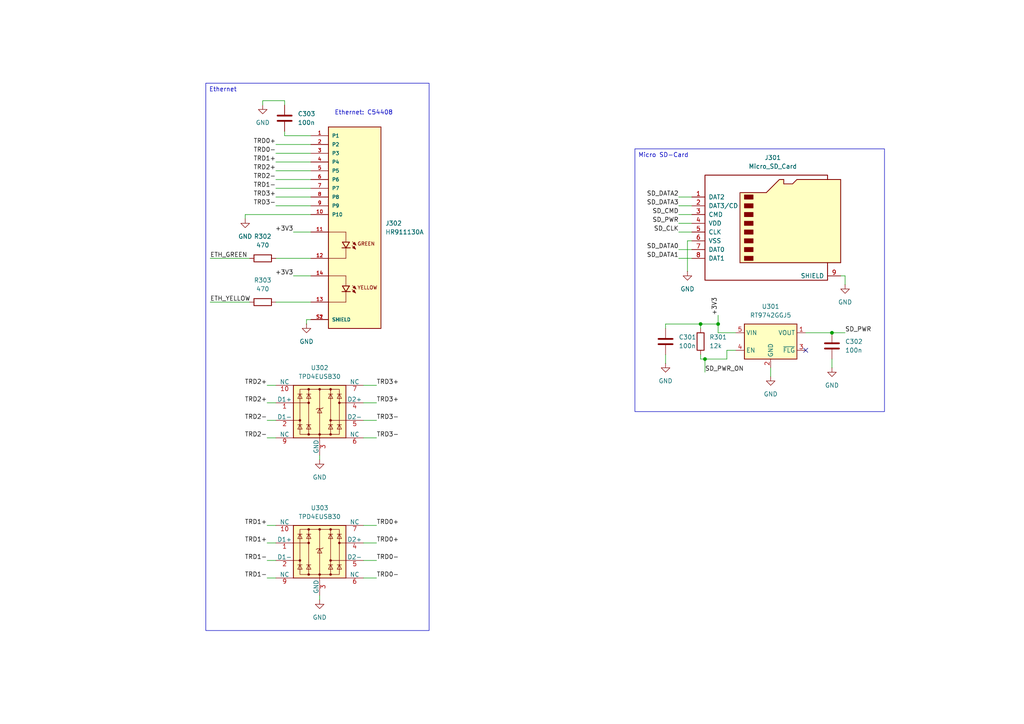
<source format=kicad_sch>
(kicad_sch (version 20231120) (generator "eeschema") (generator_version "8.0")
  (paper "A4")
  (title_block (title "CM4 IO") (rev "<<HASH>>") (company "Amateurfunkclub für Remote Stationen"))
  (lib_symbols
    (symbol "Connector:Micro_SD_Card" (pin_names (offset 1.016))
      (property "Reference" "J" (at -16.51 15.24 0))
      (property "Value" "Micro_SD_Card" (at 16.51 15.24 0))
      (symbol "Micro_SD_Card_0_1"
        (rectangle (start -7.62 -9.525) (end -5.08 -10.795) (fill (type outline)))
        (rectangle (start -7.62 -6.985) (end -5.08 -8.255) (fill (type outline)))
        (rectangle (start -7.62 -4.445) (end -5.08 -5.715) (fill (type outline)))
        (rectangle (start -7.62 -1.905) (end -5.08 -3.175) (fill (type outline)))
        (rectangle (start -7.62 0.635) (end -5.08 -0.635) (fill (type outline)))
        (rectangle (start -7.62 3.175) (end -5.08 1.905) (fill (type outline)))
        (rectangle (start -7.62 5.715) (end -5.08 4.445) (fill (type outline)))
        (rectangle (start -7.62 8.255) (end -5.08 6.985) (fill (type outline)))
        (polyline (pts (xy 16.51 12.7) (xy 16.51 13.97) (xy -19.05 13.97) (xy -19.05 -16.51) (xy 16.51 -16.51) (xy 16.51 -11.43)) (stroke (width 0.254)))
        (polyline (pts (xy -8.89 -11.43) (xy -8.89 8.89) (xy -1.27 8.89) (xy 2.54 12.7) (xy 3.81 12.7) (xy 3.81 11.43) (xy 6.35 11.43) (xy 7.62 12.7) (xy 20.32 12.7) (xy 20.32 -11.43) (xy -8.89 -11.43)) (stroke (width 0.254)) (fill (type background)))
      )
      (symbol "Micro_SD_Card_1_1"
        (pin bidirectional line (at -22.86 7.62 0) (length 3.81) (name "DAT2") (number "1"))
        (pin bidirectional line (at -22.86 5.08 0) (length 3.81) (name "DAT3/CD") (number "2"))
        (pin input line (at -22.86 2.54 0) (length 3.81) (name "CMD") (number "3"))
        (pin power_in line (at -22.86 0 0) (length 3.81) (name "VDD") (number "4"))
        (pin input line (at -22.86 -2.54 0) (length 3.81) (name "CLK") (number "5"))
        (pin power_in line (at -22.86 -5.08 0) (length 3.81) (name "VSS") (number "6"))
        (pin bidirectional line (at -22.86 -7.62 0) (length 3.81) (name "DAT0") (number "7"))
        (pin bidirectional line (at -22.86 -10.16 0) (length 3.81) (name "DAT1") (number "8"))
        (pin passive line (at 20.32 -15.24 180) (length 3.81) (name "SHIELD") (number "9"))
      )
    )
    (symbol "Device:C" (pin_numbers hide) (pin_names (offset 0.254))
      (property "Reference" "C" (at 0.635 2.54 0))
      (property "Value" "C" (at 0.635 -2.54 0))
      (symbol "C_0_1"
        (polyline (pts (xy -2.032 -0.762) (xy 2.032 -0.762)) (stroke (width 0.508)))
        (polyline (pts (xy -2.032 0.762) (xy 2.032 0.762)) (stroke (width 0.508)))
      )
      (symbol "C_1_1"
        (pin passive line (at 0 3.81 270) (length 2.794) (name "~") (number "1"))
        (pin passive line (at 0 -3.81 90) (length 2.794) (name "~") (number "2"))
      )
    )
    (symbol "Device:R" (pin_numbers hide) (pin_names (offset 0))
      (property "Reference" "R" (at 2.032 0 90))
      (property "Value" "R" (at 0 0 90))
      (symbol "R_0_1"
        (rectangle (start -1.016 -2.54) (end 1.016 2.54) (stroke (width 0.254)))
      )
      (symbol "R_1_1"
        (pin passive line (at 0 3.81 270) (length 1.27) (name "~") (number "1"))
        (pin passive line (at 0 -3.81 90) (length 1.27) (name "~") (number "2"))
      )
    )
    (symbol "HR911130A:HR911130A" (pin_names (offset 1.016))
      (property "Reference" "J" (at -7.62 29.21 0))
      (property "Value" "HR911130A" (at -7.62 -31.75 0))
      (symbol "HR911130A_0_0"
        (rectangle (start -7.62 -30.48) (end 7.62 27.94) (stroke (width 0.254)) (fill (type background)))
        (polyline (pts (xy -7.62 -15.24) (xy -2.54 -15.24)) (stroke (width 0.1524)))
        (polyline (pts (xy -7.62 -2.54) (xy -2.54 -2.54)) (stroke (width 0.1524)))
        (polyline (pts (xy -3.683 -19.812) (xy -2.54 -19.812)) (stroke (width 0.254)))
        (polyline (pts (xy -3.683 -7.112) (xy -2.54 -7.112)) (stroke (width 0.254)))
        (polyline (pts (xy -3.556 -18.161) (xy -2.54 -19.812)) (stroke (width 0.254)))
        (polyline (pts (xy -3.556 -18.161) (xy -1.524 -18.161)) (stroke (width 0.254)))
        (polyline (pts (xy -3.556 -5.461) (xy -2.54 -7.112)) (stroke (width 0.254)))
        (polyline (pts (xy -3.556 -5.461) (xy -1.524 -5.461)) (stroke (width 0.254)))
        (polyline (pts (xy -2.54 -22.86) (xy -7.62 -22.86)) (stroke (width 0.1524)))
        (polyline (pts (xy -2.54 -19.939) (xy -2.54 -22.86)) (stroke (width 0.1524)))
        (polyline (pts (xy -2.54 -19.812) (xy -1.524 -18.161)) (stroke (width 0.254)))
        (polyline (pts (xy -2.54 -19.812) (xy -1.27 -19.812)) (stroke (width 0.254)))
        (polyline (pts (xy -2.54 -15.24) (xy -2.54 -18.034)) (stroke (width 0.1524)))
        (polyline (pts (xy -2.54 -10.16) (xy -7.62 -10.16)) (stroke (width 0.1524)))
        (polyline (pts (xy -2.54 -7.239) (xy -2.54 -10.16)) (stroke (width 0.1524)))
        (polyline (pts (xy -2.54 -7.112) (xy -1.524 -5.461)) (stroke (width 0.254)))
        (polyline (pts (xy -2.54 -7.112) (xy -1.27 -7.112)) (stroke (width 0.254)))
        (polyline (pts (xy -2.54 -2.54) (xy -2.54 -5.334)) (stroke (width 0.1524)))
        (polyline (pts (xy -0.762 -19.177) (xy 0.254 -20.193)) (stroke (width 0.1524)))
        (polyline (pts (xy -0.762 -6.477) (xy 0.254 -7.493)) (stroke (width 0.1524)))
        (polyline (pts (xy -0.635 -18.034) (xy 0.381 -19.05)) (stroke (width 0.1524)))
        (polyline (pts (xy -0.635 -5.334) (xy 0.381 -6.35)) (stroke (width 0.1524)))
        (polyline (pts (xy 0.254 -20.193) (xy -0.127 -19.304) (xy -0.635 -19.812) (xy 0.254 -20.193)) (stroke (width 0.1524)) (fill (type outline)))
        (polyline (pts (xy 0.254 -7.493) (xy -0.127 -6.604) (xy -0.635 -7.112) (xy 0.254 -7.493)) (stroke (width 0.1524)) (fill (type outline)))
        (polyline (pts (xy 0.381 -19.05) (xy 0 -18.161) (xy -0.508 -18.669) (xy 0.381 -19.05)) (stroke (width 0.1524)) (fill (type outline)))
        (polyline (pts (xy 0.381 -6.35) (xy 0 -5.461) (xy -0.508 -5.969) (xy 0.381 -6.35)) (stroke (width 0.1524)) (fill (type outline)))
        (text "GREEN" (at 0.762 -5.334 0) (effects (font (size 1.016 1.016)) (justify left top)))
        (text "YELLOW" (at 0.762 -18.034 0) (effects (font (size 1.016 1.016)) (justify left top)))
        (pin passive line (at -12.7 25.4 0) (length 5.08) (name "P1") (number "1"))
        (pin passive line (at -12.7 2.54 0) (length 5.08) (name "P10") (number "10"))
        (pin passive line (at -12.7 -2.54 0) (length 5.08) (name "~") (number "11"))
        (pin passive line (at -12.7 -10.16 0) (length 5.08) (name "~") (number "12"))
        (pin passive line (at -12.7 -22.86 0) (length 5.08) (name "~") (number "13"))
        (pin passive line (at -12.7 -15.24 0) (length 5.08) (name "~") (number "14"))
        (pin passive line (at -12.7 22.86 0) (length 5.08) (name "P2") (number "2"))
        (pin passive line (at -12.7 20.32 0) (length 5.08) (name "P3") (number "3"))
        (pin passive line (at -12.7 17.78 0) (length 5.08) (name "P4") (number "4"))
        (pin passive line (at -12.7 15.24 0) (length 5.08) (name "P5") (number "5"))
        (pin passive line (at -12.7 12.7 0) (length 5.08) (name "P6") (number "6"))
        (pin passive line (at -12.7 10.16 0) (length 5.08) (name "P7") (number "7"))
        (pin passive line (at -12.7 7.62 0) (length 5.08) (name "P8") (number "8"))
        (pin passive line (at -12.7 5.08 0) (length 5.08) (name "P9") (number "9"))
        (pin passive line (at -12.7 -27.94 0) (length 5.08) (name "SHIELD") (number "S1"))
        (pin passive line (at -12.7 -27.94 0) (length 5.08) (name "SHIELD") (number "S2"))
      )
    )
    (symbol "Power_Management:RT9742AGJ5F"
      (property "Reference" "U" (at 0 10.16 0))
      (property "Value" "RT9742AGJ5F" (at 0 7.62 0))
      (symbol "RT9742AGJ5F_0_1"
        (rectangle (start -7.62 5.08) (end 7.62 -5.08) (stroke (width 0.254)) (fill (type background)))
      )
      (symbol "RT9742AGJ5F_1_1"
        (pin power_out line (at 10.16 2.54 180) (length 2.54) (name "VOUT") (number "1"))
        (pin power_in line (at 0 -7.62 90) (length 2.54) (name "GND") (number "2"))
        (pin open_collector line (at 10.16 -2.54 180) (length 2.54) (name "~{FLG}") (number "3"))
        (pin input line (at -10.16 -2.54 0) (length 2.54) (name "EN") (number "4"))
        (pin power_in line (at -10.16 2.54 0) (length 2.54) (name "VIN") (number "5"))
      )
    )
    (symbol "Power_Protection:TPD4EUSB30" (pin_names (offset 0))
      (property "Reference" "U" (at -0.635 8.89 0))
      (property "Value" "TPD4EUSB30" (at 8.89 -10.16 0))
      (symbol "TPD4EUSB30_0_0"
        (rectangle (start -5.715 6.477) (end 5.715 -6.604))
        (polyline (pts (xy -3.175 -6.604) (xy -3.175 6.477)))
        (polyline (pts (xy 0 6.477) (xy 0 -6.604)))
        (polyline (pts (xy 3.175 6.477) (xy 3.175 -6.604)))
      )
      (symbol "TPD4EUSB30_0_1"
        (rectangle (start -7.62 7.62) (end 7.62 -7.62) (stroke (width 0.254)) (fill (type background)))
        (circle (center -5.715 -2.54) (radius 0.2794) (fill (type outline)))
        (circle (center -3.175 -6.604) (radius 0.2794) (fill (type outline)))
        (circle (center -3.175 2.54) (radius 0.2794) (fill (type outline)))
        (circle (center -3.175 6.477) (radius 0.2794) (fill (type outline)))
        (circle (center 0 -6.604) (radius 0.2794) (fill (type outline)))
        (polyline (pts (xy -7.747 2.54) (xy -3.175 2.54)))
        (polyline (pts (xy -7.62 -2.54) (xy -5.715 -2.54)))
        (polyline (pts (xy -5.08 -3.81) (xy -6.35 -3.81)))
        (polyline (pts (xy -5.08 5.08) (xy -6.35 5.08)))
        (polyline (pts (xy -2.54 -3.81) (xy -3.81 -3.81)))
        (polyline (pts (xy -2.54 5.08) (xy -3.81 5.08)))
        (polyline (pts (xy -0.635 0.889) (xy -1.016 0.635)))
        (polyline (pts (xy 0 -6.604) (xy 0 -7.62)))
        (polyline (pts (xy 0.635 0.889) (xy -0.635 0.889)))
        (polyline (pts (xy 0.635 0.889) (xy 1.016 1.143)))
        (polyline (pts (xy 3.81 -3.81) (xy 2.54 -3.81)))
        (polyline (pts (xy 3.81 5.08) (xy 2.54 5.08)))
        (polyline (pts (xy 6.35 -3.81) (xy 5.08 -3.81)))
        (polyline (pts (xy 6.35 5.08) (xy 5.08 5.08)))
        (polyline (pts (xy 7.62 -2.54) (xy 3.175 -2.54)))
        (polyline (pts (xy 7.62 2.54) (xy 5.715 2.54)))
        (polyline (pts (xy -5.08 -5.08) (xy -6.35 -5.08) (xy -5.715 -3.81) (xy -5.08 -5.08)))
        (polyline (pts (xy -5.08 3.81) (xy -6.35 3.81) (xy -5.715 5.08) (xy -5.08 3.81)))
        (polyline (pts (xy -2.54 -5.08) (xy -3.81 -5.08) (xy -3.175 -3.81) (xy -2.54 -5.08)))
        (polyline (pts (xy -2.54 3.81) (xy -3.81 3.81) (xy -3.175 5.08) (xy -2.54 3.81)))
        (polyline (pts (xy 0.635 -0.381) (xy -0.635 -0.381) (xy 0 0.889) (xy 0.635 -0.381)))
        (polyline (pts (xy 3.81 -5.08) (xy 2.54 -5.08) (xy 3.175 -3.81) (xy 3.81 -5.08)))
        (polyline (pts (xy 3.81 3.81) (xy 2.54 3.81) (xy 3.175 5.08) (xy 3.81 3.81)))
        (polyline (pts (xy 6.35 -5.08) (xy 5.08 -5.08) (xy 5.715 -3.81) (xy 6.35 -5.08)))
        (polyline (pts (xy 6.35 3.81) (xy 5.08 3.81) (xy 5.715 5.08) (xy 6.35 3.81)))
        (circle (center 0 6.477) (radius 0.2794) (fill (type outline)))
        (circle (center 3.175 -6.604) (radius 0.2794) (fill (type outline)))
        (circle (center 3.175 -2.54) (radius 0.2794) (fill (type outline)))
        (circle (center 3.175 6.477) (radius 0.2794) (fill (type outline)))
        (circle (center 5.715 2.54) (radius 0.2794) (fill (type outline)))
      )
      (symbol "TPD4EUSB30_1_1"
        (pin passive line (at -12.7 2.54 0) (length 5.08) (name "D1+") (number "1"))
        (pin free line (at -12.7 7.62 0) (length 5.08) (name "NC") (number "10"))
        (pin passive line (at -12.7 -2.54 0) (length 5.08) (name "D1-") (number "2"))
        (pin power_in line (at 0 -12.7 90) (length 5.08) (name "GND") (number "3"))
        (pin passive line (at 12.7 2.54 180) (length 5.08) (name "D2+") (number "4"))
        (pin passive line (at 12.7 -2.54 180) (length 5.08) (name "D2-") (number "5"))
        (pin free line (at 12.7 -7.62 180) (length 5.08) (name "NC") (number "6"))
        (pin free line (at 12.7 7.62 180) (length 5.08) (name "NC") (number "7"))
        (pin passive line (at 0 -12.7 90) (length 5.08) hide (name "GND") (number "8"))
        (pin free line (at -12.7 -7.62 0) (length 5.08) (name "NC") (number "9"))
      )
    )
    (symbol "power:GND" (power) (pin_numbers hide) (pin_names (offset 0) hide)
      (property "Value" "GND" (at 0 -3.81 0))
      (symbol "GND_0_1"
        (polyline (pts (xy 0 0) (xy 0 -1.27) (xy 1.27 -1.27) (xy 0 -2.54) (xy -1.27 -1.27) (xy 0 -1.27)))
      )
      (symbol "GND_1_1"
        (pin power_in line (at 0 0 270) (length 0) (name "~") (number "1"))
      )
    )
  )
  (junction (at 208.28 93.98))
  (junction (at 204.47 104.14))
  (junction (at 203.2 93.98))
  (junction (at 241.3 96.52))
  (no_connect (at 233.68 101.6))
  (wire (pts (xy 210.82 101.6) (xy 210.82 104.14)))
  (wire (pts (xy 85.09 67.31) (xy 90.17 67.31)))
  (wire (pts (xy 82.55 39.37) (xy 82.55 38.1)))
  (wire (pts (xy 193.04 93.98) (xy 203.2 93.98)))
  (wire (pts (xy 80.01 46.99) (xy 90.17 46.99)))
  (wire (pts (xy 60.96 74.93) (xy 72.39 74.93)))
  (wire (pts (xy 243.84 80.01) (xy 245.11 80.01)))
  (wire (pts (xy 80.01 49.53) (xy 90.17 49.53)))
  (wire (pts (xy 77.47 121.92) (xy 80.01 121.92)))
  (wire (pts (xy 76.2 29.21) (xy 76.2 30.48)))
  (wire (pts (xy 241.3 104.14) (xy 241.3 106.68)))
  (wire (pts (xy 199.39 69.85) (xy 199.39 78.74)))
  (wire (pts (xy 105.41 157.48) (xy 109.22 157.48)))
  (wire (pts (xy 210.82 104.14) (xy 204.47 104.14)))
  (wire (pts (xy 203.2 93.98) (xy 208.28 93.98)))
  (wire (pts (xy 82.55 30.48) (xy 82.55 29.21)))
  (wire (pts (xy 77.47 116.84) (xy 80.01 116.84)))
  (wire (pts (xy 196.85 67.31) (xy 200.66 67.31)))
  (wire (pts (xy 193.04 102.87) (xy 193.04 105.41)))
  (wire (pts (xy 80.01 87.63) (xy 90.17 87.63)))
  (wire (pts (xy 213.36 96.52) (xy 208.28 96.52)))
  (wire (pts (xy 208.28 93.98) (xy 208.28 91.44)))
  (wire (pts (xy 80.01 59.69) (xy 90.17 59.69)))
  (wire (pts (xy 204.47 104.14) (xy 203.2 104.14)))
  (wire (pts (xy 105.41 167.64) (xy 109.22 167.64)))
  (wire (pts (xy 105.41 116.84) (xy 109.22 116.84)))
  (wire (pts (xy 241.3 96.52) (xy 245.11 96.52)))
  (wire (pts (xy 196.85 62.23) (xy 200.66 62.23)))
  (wire (pts (xy 105.41 111.76) (xy 109.22 111.76)))
  (wire (pts (xy 196.85 72.39) (xy 200.66 72.39)))
  (wire (pts (xy 85.09 80.01) (xy 90.17 80.01)))
  (wire (pts (xy 105.41 162.56) (xy 109.22 162.56)))
  (wire (pts (xy 80.01 74.93) (xy 90.17 74.93)))
  (wire (pts (xy 223.52 106.68) (xy 223.52 109.22)))
  (wire (pts (xy 196.85 74.93) (xy 200.66 74.93)))
  (wire (pts (xy 200.66 69.85) (xy 199.39 69.85)))
  (wire (pts (xy 92.71 172.72) (xy 92.71 173.99)))
  (wire (pts (xy 77.47 111.76) (xy 80.01 111.76)))
  (wire (pts (xy 245.11 80.01) (xy 245.11 82.55)))
  (wire (pts (xy 233.68 96.52) (xy 241.3 96.52)))
  (wire (pts (xy 77.47 152.4) (xy 80.01 152.4)))
  (wire (pts (xy 71.12 62.23) (xy 71.12 63.5)))
  (wire (pts (xy 80.01 54.61) (xy 90.17 54.61)))
  (wire (pts (xy 196.85 64.77) (xy 200.66 64.77)))
  (wire (pts (xy 80.01 57.15) (xy 90.17 57.15)))
  (wire (pts (xy 90.17 39.37) (xy 82.55 39.37)))
  (wire (pts (xy 105.41 152.4) (xy 109.22 152.4)))
  (wire (pts (xy 82.55 29.21) (xy 76.2 29.21)))
  (wire (pts (xy 105.41 121.92) (xy 109.22 121.92)))
  (wire (pts (xy 193.04 95.25) (xy 193.04 93.98)))
  (wire (pts (xy 88.9 92.71) (xy 88.9 93.98)))
  (wire (pts (xy 196.85 57.15) (xy 200.66 57.15)))
  (wire (pts (xy 80.01 41.91) (xy 90.17 41.91)))
  (wire (pts (xy 203.2 95.25) (xy 203.2 93.98)))
  (wire (pts (xy 90.17 62.23) (xy 71.12 62.23)))
  (wire (pts (xy 203.2 104.14) (xy 203.2 102.87)))
  (wire (pts (xy 196.85 59.69) (xy 200.66 59.69)))
  (wire (pts (xy 77.47 127) (xy 80.01 127)))
  (wire (pts (xy 213.36 101.6) (xy 210.82 101.6)))
  (wire (pts (xy 77.47 167.64) (xy 80.01 167.64)))
  (wire (pts (xy 204.47 107.95) (xy 204.47 104.14)))
  (wire (pts (xy 77.47 162.56) (xy 80.01 162.56)))
  (wire (pts (xy 80.01 44.45) (xy 90.17 44.45)))
  (wire (pts (xy 90.17 92.71) (xy 88.9 92.71)))
  (wire (pts (xy 77.47 157.48) (xy 80.01 157.48)))
  (wire (pts (xy 60.96 87.63) (xy 72.39 87.63)))
  (wire (pts (xy 80.01 52.07) (xy 90.17 52.07)))
  (wire (pts (xy 105.41 127) (xy 109.22 127)))
  (wire (pts (xy 92.71 132.08) (xy 92.71 133.35)))
  (wire (pts (xy 208.28 96.52) (xy 208.28 93.98)))
  (text_box "Micro SD-Card" (at 184.15 43.18 0) (size 72.39 76.2) (effects (font (size 1.27 1.27)) (justify left top)))
  (text_box "Ethernet" (at 59.69 24.13 0) (size 64.77 158.75) (effects (font (size 1.27 1.27)) (justify left top)))
  (text "Ethernet: C54408" (at 97.028 32.766 0) (effects (font (size 1.27 1.27)) (justify left)))
  (label "SD_CLK" (at 196.85 67.31 180))
  (label "SD_DATA3" (at 196.85 59.69 180))
  (label "SD_PWR" (at 196.85 64.77 180))
  (label "TRD3+" (at 109.22 111.76 0))
  (label "TRD0+" (at 109.22 152.4 0))
  (label "+3V3" (at 208.28 91.44 90))
  (label "SD_DATA0" (at 196.85 72.39 180))
  (label "TRD3-" (at 109.22 121.92 0))
  (label "TRD1-" (at 80.01 54.61 180))
  (label "TRD0+" (at 80.01 41.91 180))
  (label "+3V3" (at 85.09 80.01 180))
  (label "TRD2-" (at 77.47 127 180))
  (label "TRD1+" (at 77.47 152.4 180))
  (label "TRD2+" (at 80.01 49.53 180))
  (label "TRD2+" (at 77.47 116.84 180))
  (label "SD_PWR_ON" (at 204.47 107.95 0))
  (label "TRD0-" (at 80.01 44.45 180))
  (label "TRD1-" (at 77.47 162.56 180))
  (label "SD_CMD" (at 196.85 62.23 180))
  (label "TRD2-" (at 80.01 52.07 180))
  (label "SD_PWR" (at 245.11 96.52 0))
  (label "TRD0-" (at 109.22 162.56 0))
  (label "SD_DATA2" (at 196.85 57.15 180))
  (label "TRD0+" (at 109.22 157.48 0))
  (label "TRD3-" (at 80.01 59.69 180))
  (label "+3V3" (at 85.09 67.31 180))
  (label "ETH_GREEN" (at 60.96 74.93 0))
  (label "TRD1-" (at 77.47 167.64 180))
  (label "TRD1+" (at 80.01 46.99 180))
  (label "SD_DATA1" (at 196.85 74.93 180))
  (label "TRD0-" (at 109.22 167.64 0))
  (label "TRD3+" (at 80.01 57.15 180))
  (label "TRD1+" (at 77.47 157.48 180))
  (label "TRD2+" (at 77.47 111.76 180))
  (label "ETH_YELLOW" (at 60.96 87.63 0))
  (label "TRD3-" (at 109.22 127 0))
  (label "TRD2-" (at 77.47 121.92 180))
  (label "TRD3+" (at 109.22 116.84 0))
  (symbol (lib_id "Device:R") (at 203.2 99.06 0) (unit 1)
    (property "Reference" "R301" (at 205.74 97.7899 0) (effects (justify left)))
    (property "Value" "12k" (at 205.74 100.3299 0) (effects (justify left)))
    (property "Description" "Resistor" (effects (hide yes)))
  )
  (symbol (lib_id "Power_Protection:TPD4EUSB30") (at 92.71 160.02 0) (unit 1)
    (property "Reference" "U303" (at 92.71 147.32 0))
    (property "Value" "TPD4EUSB30" (at 92.71 149.86 0))
    (property "Footprint" "Package_SON:USON-10_2.5x1.0mm_P0.5mm" (effects (hide yes)))
    (property "Datasheet" "http://www.ti.com/lit/ds/symlink/tpd2eusb30a.pdf" (effects (hide yes)))
    (property "Description" "4-Channel ESD Protection for Super-Speed USB 3.0 Interface, USON-10" (effects (hide yes)))
  )
  (symbol (lib_id "power:GND") (at 71.12 63.5 0) (unit 1)
    (property "Reference" "#PWR0306" (effects (hide yes)))
    (property "Value" "GND" (at 71.12 68.58 0))
    (property "Description" "Power symbol creates a global label with name \"GND\" , ground" (effects (hide yes)))
  )
  (symbol (lib_id "Power_Management:RT9742AGJ5F") (at 223.52 99.06 0) (unit 1)
    (property "Reference" "U301" (at 223.52 88.9 0))
    (property "Value" "RT9742GGJ5" (at 223.52 91.44 0))
    (property "Footprint" "Package_TO_SOT_SMD:TSOT-23-5" (effects (hide yes)))
  )
  (symbol (lib_id "Device:C") (at 241.3 100.33 0) (unit 1)
    (property "Reference" "C302" (at 245.11 99.0599 0) (effects (justify left)))
    (property "Value" "100n" (at 245.11 101.5999 0) (effects (justify left)))
    (property "Description" "Unpolarized capacitor" (effects (hide yes)))
  )
  (symbol (lib_id "power:GND") (at 76.2 30.48 0) (unit 1)
    (property "Reference" "#PWR0307" (effects (hide yes)))
    (property "Value" "GND" (at 76.2 35.56 0))
    (property "Description" "Power symbol creates a global label with name \"GND\" , ground" (effects (hide yes)))
  )
  (symbol (lib_id "HR911130A:HR911130A") (at 102.87 64.77 0) (unit 1)
    (property "Reference" "J302" (at 111.76 64.7699 0) (effects (justify left)))
    (property "Value" "HR911130A" (at 111.76 67.3099 0) (effects (justify left)))
    (property "Footprint" "Connector_RJ:RJ45_Pulse_JK0654219NL_Horizontal" (effects (hide yes)))
    (property "MF" "hanrun" (effects (hide yes)))
    (property "MAXIMUM_PACKAGE_HEIGHT" "13.75 mm" (effects (hide yes)))
    (property "Package" "None" (effects (hide yes)))
    (property "Price" "None" (effects (hide yes)))
    (property "Check_prices" "https://www.snapeda.com/parts/HR911130A/HanRun/view-part/?ref=eda" (effects (hide yes)))
    (property "STANDARD" "Manufacturer Recommendations" (effects (hide yes)))
    (property "PARTREV" "A" (effects (hide yes)))
    (property "SnapEDA_Link" "https://www.snapeda.com/parts/HR911130A/HanRun/view-part/?ref=snap" (effects (hide yes)))
    (property "MP" "HR911130A" (effects (hide yes)))
    (property "Availability" "In Stock" (effects (hide yes)))
    (property "MANUFACTURER" "HanRun" (effects (hide yes)))
  )
  (symbol (lib_id "power:GND") (at 92.71 133.35 0) (unit 1)
    (property "Reference" "#PWR0309" (effects (hide yes)))
    (property "Value" "GND" (at 92.71 138.43 0))
    (property "Description" "Power symbol creates a global label with name \"GND\" , ground" (effects (hide yes)))
  )
  (symbol (lib_id "Device:R") (at 76.2 74.93 90) (unit 1)
    (property "Reference" "R302" (at 76.2 68.58 90))
    (property "Value" "470" (at 76.2 71.12 90))
    (property "Description" "Resistor" (effects (hide yes)))
  )
  (symbol (lib_id "Device:C") (at 193.04 99.06 0) (unit 1)
    (property "Reference" "C301" (at 196.85 97.7899 0) (effects (justify left)))
    (property "Value" "100n" (at 196.85 100.3299 0) (effects (justify left)))
    (property "Description" "Unpolarized capacitor" (effects (hide yes)))
  )
  (symbol (lib_id "Connector:Micro_SD_Card") (at 223.52 64.77 0) (unit 1)
    (property "Reference" "J301" (at 224.155 45.72 0))
    (property "Value" "Micro_SD_Card" (at 224.155 48.26 0))
    (property "Datasheet" "https://www.we-online.com/components/products/datasheet/693072010801.pdf" (effects (hide yes)))
    (property "Description" "Micro SD Card Socket" (effects (hide yes)))
  )
  (symbol (lib_id "Power_Protection:TPD4EUSB30") (at 92.71 119.38 0) (unit 1)
    (property "Reference" "U302" (at 92.71 106.68 0))
    (property "Value" "TPD4EUSB30" (at 92.71 109.22 0))
    (property "Footprint" "Package_SON:USON-10_2.5x1.0mm_P0.5mm" (effects (hide yes)))
    (property "Datasheet" "http://www.ti.com/lit/ds/symlink/tpd2eusb30a.pdf" (effects (hide yes)))
    (property "Description" "4-Channel ESD Protection for Super-Speed USB 3.0 Interface, USON-10" (effects (hide yes)))
  )
  (symbol (lib_id "power:GND") (at 245.11 82.55 0) (unit 1)
    (property "Reference" "#PWR0305" (effects (hide yes)))
    (property "Value" "GND" (at 245.11 87.63 0))
    (property "Description" "Power symbol creates a global label with name \"GND\" , ground" (effects (hide yes)))
  )
  (symbol (lib_id "power:GND") (at 92.71 173.99 0) (unit 1)
    (property "Reference" "#PWR0310" (effects (hide yes)))
    (property "Value" "GND" (at 92.71 179.07 0))
    (property "Description" "Power symbol creates a global label with name \"GND\" , ground" (effects (hide yes)))
  )
  (symbol (lib_id "Device:C") (at 82.55 34.29 0) (unit 1)
    (property "Reference" "C303" (at 86.36 33.0199 0) (effects (justify left)))
    (property "Value" "100n" (at 86.36 35.5599 0) (effects (justify left)))
    (property "Description" "Unpolarized capacitor" (effects (hide yes)))
  )
  (symbol (lib_id "power:GND") (at 241.3 106.68 0) (unit 1)
    (property "Reference" "#PWR0304" (effects (hide yes)))
    (property "Value" "GND" (at 241.3 111.76 0))
    (property "Description" "Power symbol creates a global label with name \"GND\" , ground" (effects (hide yes)))
  )
  (symbol (lib_id "power:GND") (at 193.04 105.41 0) (unit 1)
    (property "Reference" "#PWR0301" (effects (hide yes)))
    (property "Value" "GND" (at 193.04 110.49 0))
    (property "Description" "Power symbol creates a global label with name \"GND\" , ground" (effects (hide yes)))
  )
  (symbol (lib_id "power:GND") (at 223.52 109.22 0) (unit 1)
    (property "Reference" "#PWR0303" (effects (hide yes)))
    (property "Value" "GND" (at 223.52 114.3 0))
    (property "Description" "Power symbol creates a global label with name \"GND\" , ground" (effects (hide yes)))
  )
  (symbol (lib_id "Device:R") (at 76.2 87.63 270) (unit 1)
    (property "Reference" "R303" (at 76.2 81.28 90))
    (property "Value" "470" (at 76.2 83.82 90))
    (property "Description" "Resistor" (effects (hide yes)))
  )
  (symbol (lib_id "power:GND") (at 199.39 78.74 0) (unit 1)
    (property "Reference" "#PWR0302" (effects (hide yes)))
    (property "Value" "GND" (at 199.39 83.82 0))
    (property "Description" "Power symbol creates a global label with name \"GND\" , ground" (effects (hide yes)))
  )
  (symbol (lib_id "power:GND") (at 88.9 93.98 0) (unit 1)
    (property "Reference" "#PWR0308" (effects (hide yes)))
    (property "Value" "GND" (at 88.9 99.06 0))
    (property "Description" "Power symbol creates a global label with name \"GND\" , ground" (effects (hide yes)))
  )
)
</source>
